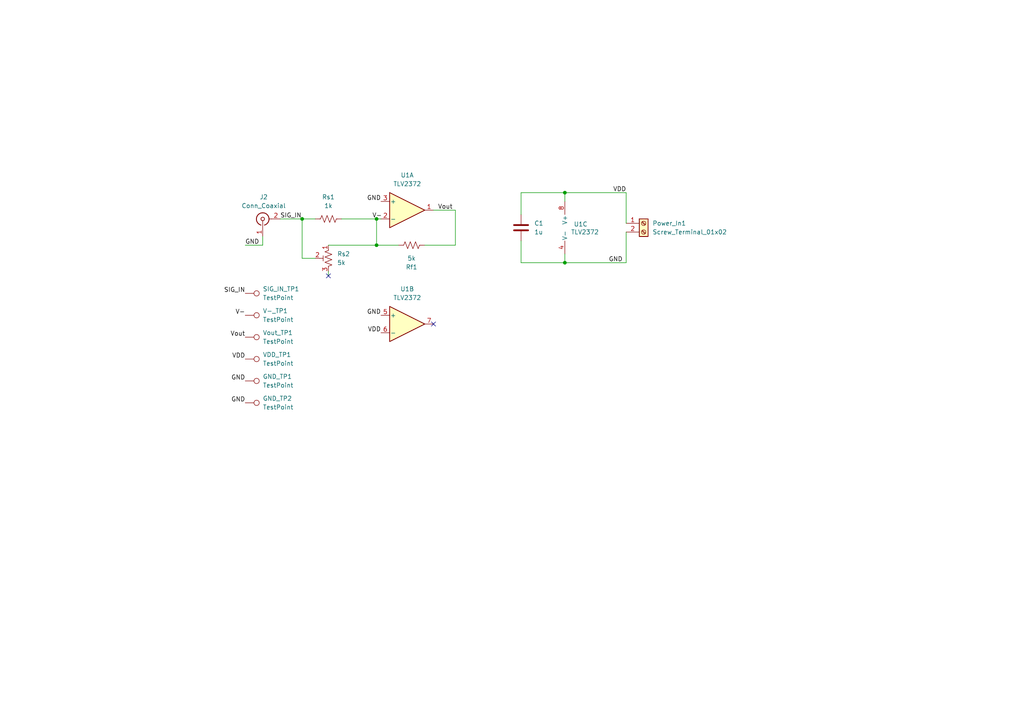
<source format=kicad_sch>
(kicad_sch (version 20250114) (generator "eeschema") (generator_version "9.0")
  (paper "A4")
  (lib_symbols
    (symbol "Amplifier_Operational:TLV2372" (pin_names (offset 0.127))
      (property "Reference" "U" (at 0 5.08 0))
      (property "Value" "TLV2372" (at 0 -5.08 0))
      (symbol "TLV2372_1_1"
        (polyline (pts (xy -5.08 5.08) (xy 5.08 0) (xy -5.08 -5.08) (xy -5.08 5.08)) (stroke (width 0.254)) (fill (type background)))
        (pin input line (at -7.62 2.54 0) (length 2.54) (name "+") (number "3"))
        (pin input line (at -7.62 -2.54 0) (length 2.54) (name "-") (number "2"))
        (pin output line (at 7.62 0 180) (length 2.54) (name "~") (number "1"))
      )
      (symbol "TLV2372_2_1"
        (polyline (pts (xy -5.08 5.08) (xy 5.08 0) (xy -5.08 -5.08) (xy -5.08 5.08)) (stroke (width 0.254)) (fill (type background)))
        (pin input line (at -7.62 2.54 0) (length 2.54) (name "+") (number "5"))
        (pin input line (at -7.62 -2.54 0) (length 2.54) (name "-") (number "6"))
        (pin output line (at 7.62 0 180) (length 2.54) (name "~") (number "7"))
      )
      (symbol "TLV2372_3_1"
        (pin power_in line (at -2.54 7.62 270) (length 3.81) (name "V+") (number "8"))
        (pin power_in line (at -2.54 -7.62 90) (length 3.81) (name "V-") (number "4"))
      )
    )
    (symbol "Connector:Conn_Coaxial" (pin_names (offset 1.016) (hide yes))
      (property "Reference" "J" (at 0.254 3.048 0))
      (property "Value" "Conn_Coaxial" (at 2.921 0 90))
      (symbol "Conn_Coaxial_0_1"
        (polyline (pts (xy -2.54 0) (xy -0.508 0)))
        (arc (start 1.778 0) (mid 0.222 -1.8079) (end -1.778 -0.508) (stroke (width 0.254)))
        (arc (start -1.778 0.508) (mid 0.2221 1.8084) (end 1.778 0) (stroke (width 0.254)))
        (circle (center 0 0) (radius 0.508) (stroke (width 0.2032)))
        (polyline (pts (xy 0 -2.54) (xy 0 -1.778)))
      )
      (symbol "Conn_Coaxial_1_1"
        (pin passive line (at -5.08 0 0) (length 2.54) (name "In") (number "1"))
        (pin passive line (at 0 -5.08 90) (length 2.54) (name "Ext") (number "2"))
      )
    )
    (symbol "Connector:Screw_Terminal_01x02" (pin_names (offset 1.016) (hide yes))
      (property "Reference" "J" (at 0 2.54 0))
      (property "Value" "Screw_Terminal_01x02" (at 0 -5.08 0))
      (symbol "Screw_Terminal_01x02_1_1"
        (rectangle (start -1.27 1.27) (end 1.27 -3.81) (stroke (width 0.254)) (fill (type background)))
        (polyline (pts (xy -0.5334 0.3302) (xy 0.3302 -0.508)) (stroke (width 0.1524)))
        (polyline (pts (xy -0.5334 -2.2098) (xy 0.3302 -3.048)) (stroke (width 0.1524)))
        (polyline (pts (xy -0.3556 0.508) (xy 0.508 -0.3302)) (stroke (width 0.1524)))
        (polyline (pts (xy -0.3556 -2.032) (xy 0.508 -2.8702)) (stroke (width 0.1524)))
        (circle (center 0 0) (radius 0.635) (stroke (width 0.1524)))
        (circle (center 0 -2.54) (radius 0.635) (stroke (width 0.1524)))
        (pin passive line (at -5.08 0 0) (length 3.81) (name "Pin_1") (number "1"))
        (pin passive line (at -5.08 -2.54 0) (length 3.81) (name "Pin_2") (number "2"))
      )
    )
    (symbol "Connector:TestPoint" (pin_numbers (hide yes)) (pin_names (offset 0.762) (hide yes))
      (property "Reference" "TP" (at 0 6.858 0))
      (property "Value" "TestPoint" (at 0 5.08 0))
      (symbol "TestPoint_0_1"
        (circle (center 0 3.302) (radius 0.762))
      )
      (symbol "TestPoint_1_1"
        (pin passive line (at 0 0 90) (length 2.54) (name "1") (number "1"))
      )
    )
    (symbol "Device:C" (pin_numbers (hide yes)) (pin_names (offset 0.254))
      (property "Reference" "C" (at 0.635 2.54 0))
      (property "Value" "C" (at 0.635 -2.54 0))
      (symbol "C_0_1"
        (polyline (pts (xy -2.032 0.762) (xy 2.032 0.762)) (stroke (width 0.508)))
        (polyline (pts (xy -2.032 -0.762) (xy 2.032 -0.762)) (stroke (width 0.508)))
      )
      (symbol "C_1_1"
        (pin passive line (at 0 3.81 270) (length 2.794) (name "~") (number "1"))
        (pin passive line (at 0 -3.81 90) (length 2.794) (name "~") (number "2"))
      )
    )
    (symbol "Device:R_Potentiometer_Trim_US" (pin_names (offset 1.016) (hide yes))
      (property "Reference" "RV" (at -4.445 0 90))
      (property "Value" "R_Potentiometer_Trim_US" (at -2.54 0 90))
      (symbol "R_Potentiometer_Trim_US_0_1"
        (polyline (pts (xy 0 2.286) (xy 0 2.54)))
        (polyline (pts (xy 0 2.286) (xy 1.016 1.905) (xy 0 1.524) (xy -1.016 1.143) (xy 0 0.762)))
        (polyline (pts (xy 0 0.762) (xy 1.016 0.381) (xy 0 0) (xy -1.016 -0.381) (xy 0 -0.762)))
        (polyline (pts (xy 0 -0.762) (xy 1.016 -1.143) (xy 0 -1.524) (xy -1.016 -1.905) (xy 0 -2.286)))
        (polyline (pts (xy 0 -2.286) (xy 0 -2.54)))
        (polyline (pts (xy 1.524 0.762) (xy 1.524 -0.762)))
        (polyline (pts (xy 2.54 0) (xy 1.524 0)))
      )
      (symbol "R_Potentiometer_Trim_US_1_1"
        (pin passive line (at 0 3.81 270) (length 1.27) (name "1") (number "1"))
        (pin passive line (at 0 -3.81 90) (length 1.27) (name "3") (number "3"))
        (pin passive line (at 3.81 0 180) (length 1.27) (name "2") (number "2"))
      )
    )
    (symbol "Device:R_US" (pin_numbers (hide yes)) (pin_names (offset 0))
      (property "Reference" "R" (at 2.54 0 90))
      (property "Value" "R_US" (at -2.54 0 90))
      (symbol "R_US_0_1"
        (polyline (pts (xy 0 2.286) (xy 0 2.54)))
        (polyline (pts (xy 0 2.286) (xy 1.016 1.905) (xy 0 1.524) (xy -1.016 1.143) (xy 0 0.762)))
        (polyline (pts (xy 0 0.762) (xy 1.016 0.381) (xy 0 0) (xy -1.016 -0.381) (xy 0 -0.762)))
        (polyline (pts (xy 0 -0.762) (xy 1.016 -1.143) (xy 0 -1.524) (xy -1.016 -1.905) (xy 0 -2.286)))
        (polyline (pts (xy 0 -2.286) (xy 0 -2.54)))
      )
      (symbol "R_US_1_1"
        (pin passive line (at 0 3.81 270) (length 1.27) (name "~") (number "1"))
        (pin passive line (at 0 -3.81 90) (length 1.27) (name "~") (number "2"))
      )
    )
    (symbol "TLV2372_1" (pin_names (offset 0.127))
      (property "Reference" "U1C" (at 1.016 1.27 0))
      (property "Value" "TLV2372" (at 3.302 -1.27 0))
      (symbol "TLV2372_1_1_1"
        (pin input line (at -2.54 6.35 270) (length 2.54) (name "V+") (number "8"))
        (pin input line (at -2.54 -6.35 90) (length 2.54) (name "V-") (number "4"))
      )
      (symbol "TLV2372_1_2_1"
        (polyline (pts (xy -5.08 5.08) (xy 5.08 0) (xy -5.08 -5.08) (xy -5.08 5.08)) (stroke (width 0.254)) (fill (type background)))
        (pin input line (at -7.62 2.54 0) (length 2.54) (name "+") (number "5"))
        (pin input line (at -7.62 -2.54 0) (length 2.54) (name "-") (number "6"))
        (pin output line (at 7.62 0 180) (length 2.54) (name "~") (number "7"))
      )
      (symbol "TLV2372_1_3_1"
        (pin power_in line (at -2.54 7.62 270) (length 3.81) (name "V+") (number "8"))
        (pin power_in line (at -2.54 -7.62 90) (length 3.81) (name "V-") (number "4"))
      )
    )
  )
  (junction (at 109.22 71.12))
  (junction (at 87.63 63.5))
  (junction (at 109.22 63.5))
  (junction (at 163.83 76.2))
  (junction (at 163.83 55.88))
  (no_connect (at 125.73 93.98))
  (no_connect (at 95.25 80.01))
  (wire (pts (xy 181.61 67.31) (xy 181.61 76.2)))
  (wire (pts (xy 123.19 71.12) (xy 132.08 71.12)))
  (wire (pts (xy 163.83 76.2) (xy 181.61 76.2)))
  (wire (pts (xy 87.63 74.93) (xy 87.63 63.5)))
  (wire (pts (xy 87.63 63.5) (xy 91.44 63.5)))
  (wire (pts (xy 91.44 74.93) (xy 87.63 74.93)))
  (wire (pts (xy 109.22 63.5) (xy 109.22 71.12)))
  (wire (pts (xy 71.12 71.12) (xy 76.2 71.12)))
  (wire (pts (xy 125.73 60.96) (xy 132.08 60.96)))
  (wire (pts (xy 181.61 55.88) (xy 163.83 55.88)))
  (wire (pts (xy 151.13 76.2) (xy 163.83 76.2)))
  (wire (pts (xy 163.83 76.2) (xy 163.83 73.66)))
  (wire (pts (xy 76.2 71.12) (xy 76.2 68.58)))
  (wire (pts (xy 151.13 55.88) (xy 163.83 55.88)))
  (wire (pts (xy 95.25 71.12) (xy 109.22 71.12)))
  (wire (pts (xy 109.22 71.12) (xy 115.57 71.12)))
  (wire (pts (xy 151.13 62.23) (xy 151.13 55.88)))
  (wire (pts (xy 151.13 69.85) (xy 151.13 76.2)))
  (wire (pts (xy 95.25 80.01) (xy 95.25 78.74)))
  (wire (pts (xy 163.83 55.88) (xy 163.83 58.42)))
  (wire (pts (xy 81.28 63.5) (xy 87.63 63.5)))
  (wire (pts (xy 132.08 60.96) (xy 132.08 71.12)))
  (wire (pts (xy 181.61 64.77) (xy 181.61 55.88)))
  (wire (pts (xy 99.06 63.5) (xy 109.22 63.5)))
  (wire (pts (xy 109.22 63.5) (xy 110.49 63.5)))
  (label "SIG_IN" (at 81.28 63.5 0))
  (label "V-" (at 107.95 63.5 0))
  (label "VDD" (at 110.49 96.52 180))
  (label "Vout" (at 71.12 97.79 180))
  (label "VDD" (at 71.12 104.14 180))
  (label "GND" (at 71.12 71.12 0))
  (label "GND" (at 176.53 76.2 0))
  (label "GND" (at 110.49 58.42 180))
  (label "VDD" (at 177.8 55.88 0))
  (label "GND" (at 71.12 116.84 180))
  (label "SIG_IN" (at 71.12 85.09 180))
  (label "V-" (at 71.12 91.44 180))
  (label "GND" (at 110.49 91.44 180))
  (label "Vout" (at 127 60.96 0))
  (label "GND" (at 71.12 110.49 180))
  (symbol (lib_id "Connector:Screw_Terminal_01x02") (at 186.69 64.77 0) (unit 1)
    (property "Reference" "Power_In1" (at 189.23 64.7699 0) (effects (justify left)))
    (property "Value" "Screw_Terminal_01x02" (at 189.23 67.3099 0) (effects (justify left)))
    (property "Footprint" "Connector_Phoenix_MSTB:PhoenixContact_MSTBA_2,5_2-G_1x02_P5.00mm_Horizontal" (effects (hide yes)))
    (property "Description" "Generic screw terminal, single row, 01x02, script generated (kicad-library-utils/schlib/autogen/connector/)" (effects (hide yes)))
  )
  (symbol (lib_id "Connector:Conn_Coaxial") (at 76.2 63.5 90) (unit 1)
    (property "Reference" "J2" (at 76.4932 57.15 90))
    (property "Value" "Conn_Coaxial" (at 76.4932 59.69 90))
    (property "Footprint" "Connector_Coaxial:BNC_Amphenol_B6252HB-NPP3G-50_Horizontal" (effects (hide yes)))
    (property "Description" "coaxial connector (BNC, SMA, SMB, SMC, Cinch/RCA, LEMO, ...)" (effects (hide yes)))
  )
  (symbol (lib_id "Connector:TestPoint") (at 71.12 110.49 270) (unit 1)
    (property "Reference" "GND_TP1" (at 76.2 109.2199 90) (effects (justify left)))
    (property "Value" "TestPoint" (at 76.2 111.7599 90) (effects (justify left)))
    (property "Footprint" "TestPoint:TestPoint_Keystone_5010-5014_Multipurpose" (effects (hide yes)))
    (property "Description" "test point" (effects (hide yes)))
  )
  (symbol (lib_id "Connector:TestPoint") (at 71.12 97.79 270) (unit 1)
    (property "Reference" "Vout_TP1" (at 76.2 96.5199 90) (effects (justify left)))
    (property "Value" "TestPoint" (at 76.2 99.0599 90) (effects (justify left)))
    (property "Footprint" "TestPoint:TestPoint_Keystone_5010-5014_Multipurpose" (effects (hide yes)))
    (property "Description" "test point" (effects (hide yes)))
  )
  (symbol (lib_id "Connector:TestPoint") (at 71.12 85.09 270) (unit 1)
    (property "Reference" "SIG_IN_TP1" (at 76.2 83.8199 90) (effects (justify left)))
    (property "Value" "TestPoint" (at 76.2 86.3599 90) (effects (justify left)))
    (property "Footprint" "TestPoint:TestPoint_Keystone_5010-5014_Multipurpose" (effects (hide yes)))
    (property "Description" "test point" (effects (hide yes)))
  )
  (symbol (lib_id "Connector:TestPoint") (at 71.12 116.84 270) (unit 1)
    (property "Reference" "GND_TP2" (at 76.2 115.5699 90) (effects (justify left)))
    (property "Value" "TestPoint" (at 76.2 118.1099 90) (effects (justify left)))
    (property "Footprint" "TestPoint:TestPoint_Keystone_5010-5014_Multipurpose" (effects (hide yes)))
    (property "Description" "test point" (effects (hide yes)))
  )
  (symbol (lib_id "Connector:TestPoint") (at 71.12 91.44 270) (unit 1)
    (property "Reference" "V-_TP1" (at 76.2 90.1699 90) (effects (justify left)))
    (property "Value" "TestPoint" (at 76.2 92.7099 90) (effects (justify left)))
    (property "Footprint" "TestPoint:TestPoint_Keystone_5010-5014_Multipurpose" (effects (hide yes)))
    (property "Description" "test point" (effects (hide yes)))
  )
  (symbol (lib_id "Device:R_US") (at 95.25 63.5 90) (unit 1)
    (property "Reference" "Rs1" (at 95.25 57.15 90))
    (property "Value" "1k" (at 95.25 59.69 90))
    (property "Footprint" "Resistor_THT:R_Axial_DIN0207_L6.3mm_D2.5mm_P10.16mm_Horizontal" (effects (hide yes)))
    (property "Description" "Resistor, US symbol" (effects (hide yes)))
  )
  (symbol (lib_id "Device:R_Potentiometer_Trim_US") (at 95.25 74.93 0) (mirror y) (unit 1)
    (property "Reference" "Rs2" (at 97.79 73.6599 0) (effects (justify right)))
    (property "Value" "5k" (at 97.79 76.1999 0) (effects (justify right)))
    (property "Footprint" "Potentiometer_THT:Potentiometer_Vishay_43_Horizontal" (effects (hide yes)))
    (property "Description" "Trim-potentiometer, US symbol" (effects (hide yes)))
  )
  (symbol (lib_id "Amplifier_Operational:TLV2372") (at 118.11 60.96 0) (unit 1)
    (property "Reference" "U1" (at 118.11 50.8 0))
    (property "Value" "TLV2372" (at 118.11 53.34 0))
    (property "Footprint" "Package_SO:SOIC-8_3.9x4.9mm_P1.27mm" (effects (hide yes)))
    (property "Datasheet" "http://www.ti.com/lit/ds/symlink/tlv2375.pdf" (effects (hide yes)))
    (property "Description" "Dual Rail-to-Rail Input/Output Operational Amplifier, DIP-8/SOIC-8/VSSOP-8" (effects (hide yes)))
  )
  (symbol (lib_name "TLV2372_1") (lib_id "Amplifier_Operational:TLV2372") (at 166.37 66.04 0) (unit 3)
    (property "Reference" "U1" (at 170.434 65.024 0) (effects (justify right)))
    (property "Value" "TLV2372" (at 173.736 67.31 0) (effects (justify right)))
    (property "Footprint" "Package_SO:SOIC-8_3.9x4.9mm_P1.27mm" (effects (hide yes)))
    (property "Datasheet" "http://www.ti.com/lit/ds/symlink/tlv2375.pdf" (effects (hide yes)))
    (property "Description" "Dual Rail-to-Rail Input/Output Operational Amplifier, DIP-8/SOIC-8/VSSOP-8" (effects (hide yes)))
  )
  (symbol (lib_id "Connector:TestPoint") (at 71.12 104.14 270) (unit 1)
    (property "Reference" "VDD_TP1" (at 76.2 102.8699 90) (effects (justify left)))
    (property "Value" "TestPoint" (at 76.2 105.4099 90) (effects (justify left)))
    (property "Footprint" "TestPoint:TestPoint_Keystone_5010-5014_Multipurpose" (effects (hide yes)))
    (property "Description" "test point" (effects (hide yes)))
  )
  (symbol (lib_id "Amplifier_Operational:TLV2372") (at 118.11 93.98 0) (unit 2)
    (property "Reference" "U1" (at 118.11 83.82 0))
    (property "Value" "TLV2372" (at 118.11 86.36 0))
    (property "Footprint" "Package_SO:SOIC-8_3.9x4.9mm_P1.27mm" (effects (hide yes)))
    (property "Datasheet" "http://www.ti.com/lit/ds/symlink/tlv2375.pdf" (effects (hide yes)))
    (property "Description" "Dual Rail-to-Rail Input/Output Operational Amplifier, DIP-8/SOIC-8/VSSOP-8" (effects (hide yes)))
  )
  (symbol (lib_id "Device:C") (at 151.13 66.04 0) (unit 1)
    (property "Reference" "C1" (at 154.94 64.7699 0) (effects (justify left)))
    (property "Value" "1u" (at 154.94 67.3099 0) (effects (justify left)))
    (property "Footprint" "Capacitor_THT:C_Disc_D3.8mm_W2.6mm_P2.50mm" (effects (hide yes)))
    (property "Description" "Unpolarized capacitor" (effects (hide yes)))
  )
  (symbol (lib_id "Device:R_US") (at 119.38 71.12 270) (unit 1)
    (property "Reference" "Rf1" (at 119.38 77.47 90))
    (property "Value" "5k" (at 119.38 74.93 90))
    (property "Footprint" "Resistor_THT:R_Axial_DIN0207_L6.3mm_D2.5mm_P10.16mm_Horizontal" (effects (hide yes)))
    (property "Description" "Resistor, US symbol" (effects (hide yes)))
  )
)
</source>
